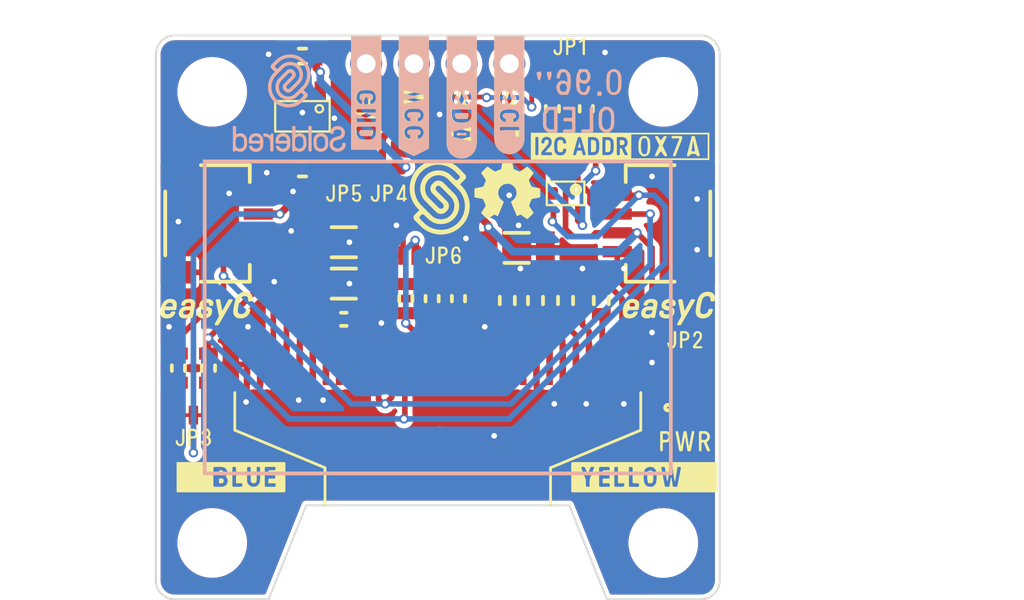
<source format=kicad_pcb>
(kicad_pcb (version 20210623) (generator pcbnew)
  (layers (0 "F.Cu" signal) (31 "B.Cu" signal) (34 "B.Paste" user) (35 "F.Paste" user) (36 "B.SilkS" user "B.Silkscreen") (37 "F.SilkS" user "F.Silkscreen") (38 "B.Mask" user) (39 "F.Mask" user) (44 "Edge.Cuts" user))
  (net 0 "")
  (net 1 "GND")
  (net 2 "Net-(C1-Pad2)")
  (net 3 "3V3")
  (net 4 "Net-(C5-Pad1)")
  (net 5 "Net-(C5-Pad2)")
  (net 6 "Net-(C7-Pad1)")
  (net 7 "Net-(C8-Pad1)")
  (net 8 "Net-(C8-Pad2)")
  (net 9 "Net-(C9-Pad1)")
  (net 10 "Net-(D1-Pad1)")
  (net 11 "SCL_PULL5")
  (net 12 "VCC")
  (net 13 "SDA_PULL5")
  (net 14 "Net-(JP2-Pad2)")
  (net 15 "SCL_PULL3,3")
  (net 16 "SDA_PULL3,3")
  (net 17 "DC")
  (net 18 "SCL3,3")
  (net 19 "SDA3,3")
  (net 20 "SDA5")
  (net 21 "SCL5")
  (net 22 "CS")
  (net 23 "RST")
  (net 24 "Net-(R9-Pad1)")
  (footprint "buzzardLabel" (layer "F.Cu") (at 126 127.4)
    (fp_text reference "" (at 0 0) (layer "F.SilkS") (effects (font (size 1.27 1.27))))
    (fp_text value "" (at 0 0) (layer "F.SilkS") (effects (font (size 1.27 1.27))))
  )
  (footprint "e-radionica.com footprinti:HOLE_3.2mm" (layer "F.Cu") (at 151 109)
    (fp_text reference "H1" hide)
    (fp_text value "HOLE_3.2mm" hide)
    (pad "" np_thru_hole circle locked (at 0 0) (size 3.2 3.2) (drill 3.2) (layers F&B.Cu *.Mask))
  )
  (footprint "buzzardLabel" (layer "F.Cu") (at 152.15 127.6)
    (fp_text reference "" (at 0 0) (layer "F.SilkS") (effects (font (size 1.27 1.27))))
    (fp_text value "" (at 0 0) (layer "F.SilkS") (effects (font (size 1.27 1.27))))
  )
  (footprint "e-radionica.com footprinti:HOLE_3.2mm" (layer "F.Cu") (at 127 133)
    (fp_text reference "H2" hide)
    (fp_text value "HOLE_3.2mm" hide)
    (pad "" np_thru_hole circle locked (at 0 0) (size 3.2 3.2) (drill 3.2) (layers F&B.Cu *.Mask))
  )
  (footprint "e-radionica.com footprinti:0603R" (layer "F.Cu") (at 146.9 109.9 90)
    (fp_text reference "R3")
    (fp_text value "10k")
    (pad "1" smd rect locked (at -0.775 0 180) (size 1 0.64) (layers "F.Cu" "F.Paste" "F.Mask") (net 20 "SDA5"))
    (pad "2" smd rect locked (at 0.775 0 180) (size 1 0.64) (layers "F.Cu" "F.Paste" "F.Mask") (net 13 "SDA_PULL5"))
  )
  (footprint "e-radionica.com footprinti:SMD_JUMPER" (layer "F.Cu") (at 137.5 117.7)
    (fp_text reference "JP6")
    (fp_text value "SMD_JUMPER")
    (pad "1" smd rect (at -0.35 0) (size 0.5 1) (layers "F.Cu" "F.Mask") (net 1 "GND"))
    (pad "2" smd rect (at 0.35 0) (size 0.5 1) (layers "F.Cu" "F.Mask") (net 17 "DC"))
  )
  (footprint "e-radionica.com footprinti:1206C" (layer "F.Cu") (at 134 119.2)
    (fp_text reference "C7")
    (fp_text value "10u")
    (pad "1" smd rect locked (at -1.525 0 90) (size 1.75 1) (layers "F.Cu" "F.Paste" "F.Mask") (net 6 "Net-(C7-Pad1)"))
    (pad "2" smd rect locked (at 1.525 0 90) (size 1.75 1) (layers "F.Cu" "F.Paste" "F.Mask") (net 1 "GND"))
  )
  (footprint "e-radionica.com footprinti:0402R" (layer "F.Cu") (at 152.15 125.1)
    (fp_text reference "R5")
    (fp_text value "2k2")
    (pad "1" smd rect locked (at -0.5 0 90) (size 0.64 0.54) (layers "F.Cu" "F.Paste" "F.Mask") (net 14 "Net-(JP2-Pad2)"))
    (pad "2" smd rect locked (at 0.5 0 90) (size 0.64 0.54) (layers "F.Cu" "F.Paste" "F.Mask") (net 10 "Net-(D1-Pad1)"))
  )
  (footprint "e-radionica.com footprinti:0603R" (layer "F.Cu") (at 134 121.1)
    (fp_text reference "R9")
    (fp_text value "390k")
    (pad "1" smd rect locked (at -0.775 0 90) (size 1 0.64) (layers "F.Cu" "F.Paste" "F.Mask") (net 24 "Net-(R9-Pad1)"))
    (pad "2" smd rect locked (at 0.775 0 90) (size 1 0.64) (layers "F.Cu" "F.Paste" "F.Mask") (net 1 "GND"))
  )
  (footprint "e-radionica.com footprinti:FIDUCIAL_23" (layer "F.Cu") (at 139.1 128.4)
    (fp_text reference "FD1")
    (fp_text value "FIDUCIAL")
    (fp_circle (center 0 0) (end 1 0) (layer "F.Cu") (width 0.2) (fill none))
    (pad "1" smd circle (at 0 0) (size 1 1) (layers "F.Cu" "F.Paste" "F.Mask") (clearance 1.1))
  )
  (footprint "e-radionica.com footprinti:HEADER_MALE_4X1" (layer "F.Cu") (at 139 107.5)
    (fp_text reference "K3")
    (fp_text value "HEADER_MALE_4X1")
    (pad "1" thru_hole circle locked (at -3.81 0) (size 1.7 1.7) (drill 1) (layers *.Cu *.Mask) (net 1 "GND"))
    (pad "2" thru_hole circle locked (at -1.27 0) (size 1.7 1.7) (drill 1) (layers *.Cu *.Mask) (net 12 "VCC"))
    (pad "3" thru_hole circle locked (at 1.27 0) (size 1.7 1.7) (drill 1) (layers *.Cu *.Mask) (net 20 "SDA5"))
    (pad "4" thru_hole circle locked (at 3.81 0) (size 1.7 1.7) (drill 1) (layers *.Cu *.Mask) (net 21 "SCL5"))
  )
  (footprint "buzzardLabel" (layer "F.Cu") (at 151.3 111.9)
    (fp_text reference "" (at 0 0) (layer "F.SilkS") (effects (font (size 1.27 1.27))))
    (fp_text value "" (at 0 0) (layer "F.SilkS") (effects (font (size 1.27 1.27))))
  )
  (footprint "e-radionica.com footprinti:0402LED" (layer "F.Cu") (at 152.15 126.4 180)
    (fp_text reference "D1")
    (fp_text value "purple")
    (pad "1" smd rect locked (at -0.55 0 270) (size 0.75 0.45) (layers "F.Cu" "F.Paste" "F.Mask") (net 10 "Net-(D1-Pad1)"))
    (pad "2" smd rect locked (at 0.55 0 270) (size 0.75 0.45) (layers "F.Cu" "F.Paste" "F.Mask") (net 1 "GND"))
  )
  (footprint "e-radionica.com footprinti:0603R" (layer "F.Cu") (at 138.7 120 90)
    (fp_text reference "R7")
    (fp_text value "10k")
    (pad "1" smd rect locked (at -0.775 0 180) (size 1 0.64) (layers "F.Cu" "F.Paste" "F.Mask") (net 23 "RST"))
    (pad "2" smd rect locked (at 0.775 0 180) (size 1 0.64) (layers "F.Cu" "F.Paste" "F.Mask") (net 3 "3V3"))
  )
  (footprint "e-radionica.com footprinti:1206C" (layer "F.Cu") (at 143.2 117.3)
    (fp_text reference "C3")
    (fp_text value "10u")
    (pad "1" smd rect locked (at -1.525 0 90) (size 1.75 1) (layers "F.Cu" "F.Paste" "F.Mask") (net 3 "3V3"))
    (pad "2" smd rect locked (at 1.525 0 90) (size 1.75 1) (layers "F.Cu" "F.Paste" "F.Mask") (net 1 "GND"))
  )
  (footprint "e-radionica.com footprinti:0603R" (layer "F.Cu") (at 137.3 120 90)
    (fp_text reference "R8")
    (fp_text value "10k")
    (pad "1" smd rect locked (at -0.775 0 180) (size 1 0.64) (layers "F.Cu" "F.Paste" "F.Mask") (net 17 "DC"))
    (pad "2" smd rect locked (at 0.775 0 180) (size 1 0.64) (layers "F.Cu" "F.Paste" "F.Mask") (net 3 "3V3"))
  )
  (footprint "buzzardLabel" (layer "F.Cu") (at 137.73 105.6 -90)
    (fp_text reference "" (at 0 0 90) (layer "F.SilkS") (effects (font (size 1.27 1.27))))
    (fp_text value "" (at 0 0 90) (layer "F.SilkS") (effects (font (size 1.27 1.27))))
  )
  (footprint "e-radionica.com footprinti:0603C" (layer "F.Cu") (at 131.8 107.1)
    (fp_text reference "C1")
    (fp_text value "2u2")
    (pad "1" smd rect locked (at -0.73 0) (size 0.66 1) (layers "F.Cu" "F.Paste" "F.Mask") (net 1 "GND"))
    (pad "2" smd rect locked (at 0.73 0) (size 0.66 1) (layers "F.Cu" "F.Paste" "F.Mask") (net 2 "Net-(C1-Pad2)"))
  )
  (footprint "Soldered Graphics:Logo-Front-easyC-5mm" (layer "F.Cu") (at 151.3 120.5)
    (fp_text reference "G***" hide)
    (fp_text value "LOGO" hide)
  )
  (footprint "e-radionica.com footprinti:0603R" (layer "F.Cu") (at 140.1 120 90)
    (fp_text reference "R6")
    (fp_text value "10k")
    (pad "1" smd rect locked (at -0.775 0 180) (size 1 0.64) (layers "F.Cu" "F.Paste" "F.Mask") (net 22 "CS"))
    (pad "2" smd rect locked (at 0.775 0 180) (size 1 0.64) (layers "F.Cu" "F.Paste" "F.Mask") (net 3 "3V3"))
  )
  (footprint "buzzardLabel" (layer "F.Cu") (at 128 129.5)
    (fp_text reference "" (at 0 0) (layer "F.SilkS") (effects (font (size 1.27 1.27))))
    (fp_text value "" (at 0 0) (layer "F.SilkS") (effects (font (size 1.27 1.27))))
  )
  (footprint "e-radionica.com footprinti:SOT-363" (layer "F.Cu") (at 145.8 114.4 -90)
    (fp_text reference "U1")
    (fp_text value "NMOS-DUAL")
    (pad "1" smd rect (at -0.92 -0.65) (size 0.3 0.66) (layers "F.Cu" "F.Paste" "F.Mask") (net 19 "SDA3,3"))
    (pad "2" smd rect (at -0.92 0) (size 0.3 0.66) (layers "F.Cu" "F.Paste" "F.Mask") (net 3 "3V3"))
    (pad "3" smd rect (at -0.92 0.65) (size 0.3 0.66) (layers "F.Cu" "F.Paste" "F.Mask") (net 21 "SCL5"))
    (pad "4" smd rect (at 0.92 0.65) (size 0.3 0.66) (layers "F.Cu" "F.Paste" "F.Mask") (net 18 "SCL3,3"))
    (pad "5" smd rect (at 0.92 0) (size 0.3 0.66) (layers "F.Cu" "F.Paste" "F.Mask") (net 3 "3V3"))
    (pad "6" smd rect (at 0.92 -0.65) (size 0.3 0.66) (layers "F.Cu" "F.Paste" "F.Mask") (net 20 "SDA5"))
  )
  (footprint "e-radionica.com footprinti:SMD_JUMPER_3_PAD_TRACE" (layer "F.Cu") (at 146 107.8)
    (fp_text reference "JP1")
    (fp_text value "SMD_JUMPER_3_PAD_TRACE")
    (fp_poly (pts (xy -0.25 0.05) (xy -0.45 0.05) (xy -0.45 -0.05) (xy -0.25 -0.05)) (layer "F.Cu") (width 0.1) (fill solid))
    (fp_poly (pts (xy 0.45 0.05) (xy 0.25 0.05) (xy 0.25 -0.05) (xy 0.45 -0.05)) (layer "F.Cu") (width 0.1) (fill solid))
    (pad "1" smd rect (at -0.7 0 180) (size 0.5 1) (layers "F.Cu" "F.Mask") (net 11 "SCL_PULL5"))
    (pad "2" smd custom (at 0 0 180) (size 0.5 1) (layers "F.Cu" "F.Mask") (net 12 "VCC") (options (clearance outline) (anchor rect)) (primitives))
    (pad "3" smd rect (at 0.7 0 180) (size 0.5 1) (layers "F.Cu" "F.Mask") (net 13 "SDA_PULL5"))
  )
  (footprint "Soldered Graphics:Symbol-Front-I2C-ADDR-Field" (layer "F.Cu") (at 148.7 111.9)
    (fp_text reference "REF**" hide)
    (fp_text value "Symbol-Front-I2C-ADDR-Field" hide)
  )
  (footprint "e-radionica.com footprinti:0603C" (layer "F.Cu") (at 147.7 120.1 90)
    (fp_text reference "C8")
    (fp_text value "2u2")
    (pad "1" smd rect locked (at -0.73 0 90) (size 0.66 1) (layers "F.Cu" "F.Paste" "F.Mask") (net 7 "Net-(C8-Pad1)"))
    (pad "2" smd rect locked (at 0.73 0 90) (size 0.66 1) (layers "F.Cu" "F.Paste" "F.Mask") (net 8 "Net-(C8-Pad2)"))
  )
  (footprint "buzzardLabel" (layer "F.Cu") (at 142.81 105.6 -90)
    (fp_text reference "" (at 0 0 90) (layer "F.SilkS") (effects (font (size 1.27 1.27))))
    (fp_text value "" (at 0 0 90) (layer "F.SilkS") (effects (font (size 1.27 1.27))))
  )
  (footprint "e-radionica.com footprinti:SMD_JUMPER" (layer "F.Cu") (at 134 113.2 180)
    (fp_text reference "JP5")
    (fp_text value "SMD_JUMPER")
    (pad "1" smd rect (at -0.35 0 180) (size 0.5 1) (layers "F.Cu" "F.Mask") (net 12 "VCC"))
    (pad "2" smd rect (at 0.35 0 180) (size 0.5 1) (layers "F.Cu" "F.Mask") (net 3 "3V3"))
  )
  (footprint "Soldered Graphics:Logo-Front-easyC-5mm" (layer "F.Cu") (at 126.7 120.5)
    (fp_text reference "G***" hide)
    (fp_text value "LOGO" hide)
  )
  (footprint "e-radionica.com footprinti:easyC-connector" (layer "F.Cu") (at 127.3 116 90)
    (fp_text reference "K2")
    (fp_text value "easyC-SMD")
    (pad "1" smd rect locked (at -1.5 2.15 90) (size 0.6 1.55) (layers "F.Cu" "F.Paste" "F.Mask") (net 18 "SCL3,3"))
    (pad "2" smd rect locked (at -0.5 2.15 90) (size 0.6 1.55) (layers "F.Cu" "F.Paste" "F.Mask") (net 19 "SDA3,3"))
    (pad "3" smd rect locked (at 0.5 2.15 90) (size 0.6 1.55) (layers "F.Cu" "F.Paste" "F.Mask") (net 3 "3V3"))
    (pad "4" smd rect locked (at 1.5 2.15 90) (size 0.6 1.55) (layers "F.Cu" "F.Paste" "F.Mask") (net 1 "GND"))
    (pad "5" smd rect locked (at 2.6 -2.15 90) (size 1.2 1.8) (layers "F.Cu" "F.Paste" "F.Mask") (net 1 "GND"))
    (pad "5" smd rect locked (at -2.6 -2.15 90) (size 1.2 1.8) (layers "F.Cu" "F.Paste" "F.Mask") (net 1 "GND"))
  )
  (footprint "e-radionica.com footprinti:SMD-JUMPER-CONNECTED_TRACE_SLODERMASK" (layer "F.Cu") (at 136.4 113.2 180)
    (fp_text reference "JP4")
    (fp_text value "SMD-JUMPER-CONNECTED_TRACE_SLODERMASK")
    (fp_poly (pts (xy 0.1 0.1) (xy -0.1 0.1) (xy -0.1 -0.1) (xy 0.1 -0.1)) (layer "F.Cu") (width 0.1) (fill solid))
    (pad "1" smd rect (at -0.35 0 180) (size 0.5 1) (layers "F.Cu" "F.Mask") (net 2 "Net-(C1-Pad2)"))
    (pad "2" smd rect (at 0.35 0 180) (size 0.5 1) (layers "F.Cu" "F.Mask") (net 12 "VCC"))
  )
  (footprint "e-radionica.com footprinti:0603R" (layer "F.Cu") (at 125.2 123.7 90)
    (fp_text reference "R1")
    (fp_text value "10k")
    (pad "1" smd rect locked (at -0.775 0 180) (size 1 0.64) (layers "F.Cu" "F.Paste" "F.Mask") (net 16 "SDA_PULL3,3"))
    (pad "2" smd rect locked (at 0.775 0 180) (size 1 0.64) (layers "F.Cu" "F.Paste" "F.Mask") (net 19 "SDA3,3"))
  )
  (footprint "buzzardLabel" (layer "F.Cu") (at 146 106.6)
    (fp_text reference "" (at 0 0) (layer "F.SilkS") (effects (font (size 1.27 1.27))))
    (fp_text value "" (at 0 0) (layer "F.SilkS") (effects (font (size 1.27 1.27))))
  )
  (footprint "e-radionica.com footprinti:easyC-connector" (layer "F.Cu") (at 150.7 116 -90)
    (fp_text reference "K1")
    (fp_text value "easyC-SMD")
    (pad "1" smd rect locked (at -1.5 2.15 270) (size 0.6 1.55) (layers "F.Cu" "F.Paste" "F.Mask") (net 18 "SCL3,3"))
    (pad "2" smd rect locked (at -0.5 2.15 270) (size 0.6 1.55) (layers "F.Cu" "F.Paste" "F.Mask") (net 19 "SDA3,3"))
    (pad "3" smd rect locked (at 0.5 2.15 270) (size 0.6 1.55) (layers "F.Cu" "F.Paste" "F.Mask") (net 3 "3V3"))
    (pad "4" smd rect locked (at 1.5 2.15 270) (size 0.6 1.55) (layers "F.Cu" "F.Paste" "F.Mask") (net 1 "GND"))
    (pad "5" smd rect locked (at 2.6 -2.15 270) (size 1.2 1.8) (layers "F.Cu" "F.Paste" "F.Mask") (net 1 "GND"))
    (pad "5" smd rect locked (at -2.6 -2.15 270) (size 1.2 1.8) (layers "F.Cu" "F.Paste" "F.Mask") (net 1 "GND"))
  )
  (footprint "e-radionica.com footprinti:HOLE_3.2mm" (layer "F.Cu") (at 151 133)
    (fp_text reference "H3" hide)
    (fp_text value "HOLE_3.2mm" hide)
    (pad "" np_thru_hole circle locked (at 0 0) (size 3.2 3.2) (drill 3.2) (layers F&B.Cu *.Mask))
  )
  (footprint "e-radionica.com footprinti:OLED_GME128x64_30p" (layer "F.Cu") (at 139 123.5 180)
    (fp_text reference "U3")
    (fp_text value "OLED_GME12864_30p")
    (pad "1" smd rect locked (at -10.15 0 180) (size 0.35 2.2) (layers "F.Cu" "F.Paste" "F.Mask") (net 1 "GND"))
    (pad "2" smd rect locked (at -9.45 0 180) (size 0.35 2.2) (layers "F.Cu" "F.Paste" "F.Mask") (net 8 "Net-(C8-Pad2)"))
    (pad "3" smd rect locked (at -8.75 0 180) (size 0.35 2.2) (layers "F.Cu" "F.Paste" "F.Mask") (net 7 "Net-(C8-Pad1)"))
    (pad "4" smd rect locked (at -8.05 0 180) (size 0.35 2.2) (layers "F.Cu" "F.Paste" "F.Mask") (net 5 "Net-(C5-Pad2)"))
    (pad "5" smd rect locked (at -7.35 0 180) (size 0.35 2.2) (layers "F.Cu" "F.Paste" "F.Mask") (net 4 "Net-(C5-Pad1)"))
    (pad "6" smd rect locked (at -6.65 0 180) (size 0.35 2.2) (layers "F.Cu" "F.Paste" "F.Mask") (net 3 "3V3"))
    (pad "7" smd rect locked (at -5.95 0 180) (size 0.35 2.2) (layers "F.Cu" "F.Paste" "F.Mask"))
    (pad "8" smd rect locked (at -5.25 0 180) (size 0.35 2.2) (layers "F.Cu" "F.Paste" "F.Mask") (net 1 "GND"))
    (pad "9" smd rect locked (at -4.55 0 180) (size 0.35 2.2) (layers "F.Cu" "F.Paste" "F.Mask") (net 3 "3V3"))
    (pad "10" smd rect locked (at -3.85 0 180) (size 0.35 2.2) (layers "F.Cu" "F.Paste" "F.Mask") (net 1 "GND"))
    (pad "11" smd rect locked (at -3.15 0 180) (size 0.35 2.2) (layers "F.Cu" "F.Paste" "F.Mask") (net 3 "3V3"))
    (pad "12" smd rect locked (at -2.45 0 180) (size 0.35 2.2) (layers "F.Cu" "F.Paste" "F.Mask") (net 1 "GND"))
    (pad "13" smd rect locked (at -1.75 0 180) (size 0.35 2.2) (layers "F.Cu" "F.Paste" "F.Mask") (net 22 "CS"))
    (pad "14" smd rect locked (at -1.05 0 180) (size 0.35 2.2) (layers "F.Cu" "F.Paste" "F.Mask") (net 23 "RST"))
    (pad "15" smd rect locked (at -0.35 0 180) (size 0.35 2.2) (layers "F.Cu" "F.Paste" "F.Mask") (net 17 "DC"))
    (pad "16" smd rect locked (at 0.35 0 180) (size 0.35 2.2) (layers "F.Cu" "F.Paste" "F.Mask"))
    (pad "17" smd rect locked (at 1.05 0 180) (size 0.35 2.2) (layers "F.Cu" "F.Paste" "F.Mask"))
    (pad "18" smd rect locked (at 1.75 0 180) (size 0.35 2.2) (layers "F.Cu" "F.Paste" "F.Mask") (net 18 "SCL3,3"))
    (pad "19" smd rect locked (at 2.45 0 180) (size 0.35 2.2) (layers "F.Cu" "F.Paste" "F.Mask") (net 19 "SDA3,3"))
    (pad "20" smd rect locked (at 3.15 0 180) (size 0.35 2.2) (layers "F.Cu" "F.Paste" "F.Mask") (net 19 "SDA3,3"))
    (pad "21" smd rect locked (at 3.85 0 180) (size 0.35 2.2) (layers "F.Cu" "F.Paste" "F.Mask"))
    (pad "22" smd rect locked (at 4.55 0 180) (size 0.35 2.2) (layers "F.Cu" "F.Paste" "F.Mask"))
    (pad "23" smd rect locked (at 5.25 0 180) (size 0.35 2.2) (layers "F.Cu" "F.Paste" "F.Mask"))
    (pad "24" smd rect locked (at 5.95 0 180) (size 0.35 2.2) (layers "F.Cu" "F.Paste" "F.Mask"))
    (pad "25" smd rect locked (at 6.65 0 180) (size 0.35 2.2) (layers "F.Cu" "F.Paste" "F.Mask"))
    (pad "26" smd rect locked (at 7.35 0 180) (size 0.35 2.2) (layers "F.Cu" "F.Paste" "F.Mask") (net 24 "Net-(R9-Pad1)"))
    (pad "27" smd rect locked (at 8.05 0 180) (size 0.35 2.2) (layers "F.Cu" "F.Paste" "F.Mask") (net 6 "Net-(C7-Pad1)"))
    (pad "28" smd rect locked (at 8.75 0 180) (size 0.35 2.2) (layers "F.Cu" "F.Paste" "F.Mask") (net 9 "Net-(C9-Pad1)"))
    (pad "29" smd rect locked (at 9.45 0 180) (size 0.35 2.2) (layers "F.Cu" "F.Paste" "F.Mask") (net 1 "GND"))
    (pad "30" smd rect locked (at 10.15 0 180) (size 0.35 2.2) (layers "F.Cu" "F.Paste" "F.Mask") (net 1 "GND"))
  )
  (footprint "buzzardLabel" (layer "F.Cu") (at 134 114.4)
    (fp_text reference "" (at 0 0) (layer "F.SilkS") (effects (font (size 1.27 1.27))))
    (fp_text value "" (at 0 0) (layer "F.SilkS") (effects (font (size 1.27 1.27))))
  )
  (footprint "Soldered Graphics:Logo-Back-SolderedVERTICAL-6mm" (layer "F.Cu") (at 131.1 109.6)
    (fp_text reference "G***" hide)
    (fp_text value "LOGO" hide)
  )
  (footprint "e-radionica.com footprinti:0603R" (layer "F.Cu") (at 126.8 123.7 -90)
    (fp_text reference "R4")
    (fp_text value "10k")
    (pad "1" smd rect locked (at -0.775 0) (size 1 0.64) (layers "F.Cu" "F.Paste" "F.Mask") (net 18 "SCL3,3"))
    (pad "2" smd rect locked (at 0.775 0) (size 1 0.64) (layers "F.Cu" "F.Paste" "F.Mask") (net 15 "SCL_PULL3,3"))
  )
  (footprint "Soldered Graphics:Logo-Front-Soldered-4mm" (layer "F.Cu") (at 139.1 114.6 180)
    (fp_text reference "G***" hide)
    (fp_text value "LOGO" hide)
  )
  (footprint "e-radionica.com footprinti:0603C" (layer "F.Cu") (at 144.2 120.1 90)
    (fp_text reference "C6")
    (fp_text value "100n")
    (pad "1" smd rect locked (at -0.73 0 90) (size 0.66 1) (layers "F.Cu" "F.Paste" "F.Mask") (net 3 "3V3"))
    (pad "2" smd rect locked (at 0.73 0 90) (size 0.66 1) (layers "F.Cu" "F.Paste" "F.Mask") (net 1 "GND"))
  )
  (footprint "buzzardLabel" (layer "F.Cu") (at 150 129.5)
    (fp_text reference "" (at 0 0) (layer "F.SilkS") (effects (font (size 1.27 1.27))))
    (fp_text value "" (at 0 0) (layer "F.SilkS") (effects (font (size 1.27 1.27))))
  )
  (footprint "Soldered Graphics:Logo-Front-OSH-3.5mm" (layer "F.Cu") (at 142.7 114.2)
    (fp_text reference "G***" hide)
    (fp_text value "LOGO" hide)
  )
  (footprint "Soldered Graphics:Version1.0.0." (layer "F.Cu") (at 152 135.2)
    (fp_text reference "Ref**" hide)
    (fp_text value "Val**" hide)
    (fp_poly (pts (xy -1.33 0.35) (xy -1.27 0.35) (xy -1.25 0.31) (xy -1.09 -0.1) (xy -1.11 -0.13) (xy -1.16 -0.13) (xy -1.19 -0.1) (xy -1.28 0.16) (xy -1.3 0.21) (xy -1.32 0.17) (xy -1.41 -0.09) (xy -1.44 -0.13) (xy -1.49 -0.13) (xy -1.51 -0.1) (xy -1.36 0.31) (xy -1.33 0.35)) (layer "F.Cu") (width 0.01) (fill solid))
    (fp_poly (pts (xy -0.67 0.35) (xy -0.62 0.35) (xy -0.6 0.31) (xy -0.6 -0.35) (xy -0.64 -0.38) (xy -0.69 -0.38) (xy -0.73 -0.34) (xy -0.84 -0.22) (xy -0.86 -0.17) (xy -0.83 -0.16) (xy -0.73 -0.22) (xy -0.69 -0.23) (xy -0.69 0.31) (xy -0.67 0.35)) (layer "F.Cu") (width 0.01) (fill solid))
    (fp_poly (pts (xy 0.06 0.35) (xy 0.11 0.35) (xy 0.17 0.33) (xy 0.13 0.28) (xy 0.03 0.28) (xy -0.01 0.25) (xy -0.03 0.2) (xy -0.05 0.15) (xy -0.05 0.11) (xy -0.05 -0.01) (xy -0.05 -0.13) (xy -0.05 -0.17) (xy -0.03 -0.22) (xy -0.01 -0.27) (xy 0.02 -0.3) (xy 0.13 -0.3) (xy 0.16 -0.26) (xy 0.18 -0.21) (xy 0.18 -0.15) (xy 0.19 -0.05) (xy 0.19 0.08) (xy 0.19 0.12) (xy 0.18 0.17) (xy 0.16 0.22) (xy 0.14 0.27) (xy 0.14 0.28) (xy 0.17 0.32) (xy 0.21 0.29) (xy 0.24 0.26) (xy 0.26 0.22) (xy 0.27 0.16) (xy 0.28 0.11) (xy 0.28 0.06) (xy 0.28 -0.06) (xy 0.28 -0.12) (xy 0.27 -0.17) (xy 0.26 -0.22) (xy 0.25 -0.27) (xy 0.22 -0.3) (xy 0.19 -0.34) (xy 0.13 -0.37) (xy 0.08 -0.38) (xy 0.02 -0.38) (xy -0.03 -0.35) (xy -0.08 -0.31) (xy -0.1 -0.28) (xy -0.12 -0.23) (xy -0.14 -0.18) (xy -0.14 -0.13) (xy -0.15 -0.08) (xy -0.15 0.04) (xy -0.14 0.1) (xy -0.14 0.14) (xy -0.13 0.2) (xy -0.11 0.25) (xy -0.08 0.28) (xy -0.05 0.32) (xy 0.01 0.35) (xy 0.06 0.35)) (layer "F.Cu") (width 0.01) (fill solid))
    (fp_poly (pts (xy 1.31 0.38) (xy 1.36 0.38) (xy 1.41 0.37) (xy 1.42 0.33) (xy 1.42 0.27) (xy 1.38 0.26) (xy 1.33 0.26) (xy 1.3 0.29) (xy 1.3 0.34) (xy 1.31 0.38)) (layer "F.Cu") (width 0.01) (fill solid))
    (fp_poly (pts (xy 0.93 0.35) (xy 0.99 0.35) (xy 1.04 0.33) (xy 1.01 0.28) (xy 0.91 0.28) (xy 0.87 0.25) (xy 0.85 0.2) (xy 0.83 0.15) (xy 0.83 0.11) (xy 0.82 -0.01) (xy 0.83 -0.13) (xy 0.83 -0.17) (xy 0.84 -0.22) (xy 0.87 -0.27) (xy 0.9 -0.3) (xy 1.01 -0.3) (xy 1.04 -0.26) (xy 1.05 -0.21) (xy 1.06 -0.15) (xy 1.07 -0.05) (xy 1.07 0.08) (xy 1.06 0.12) (xy 1.06 0.17) (xy 1.04 0.22) (xy 1.02 0.27) (xy 1.01 0.28) (xy 1.05 0.32) (xy 1.09 0.29) (xy 1.12 0.26) (xy 1.14 0.22) (xy 1.15 0.16) (xy 1.16 0.11) (xy 1.16 0.06) (xy 1.16 -0.06) (xy 1.16 -0.12) (xy 1.15 -0.17) (xy 1.14 -0.22) (xy 1.13 -0.27) (xy 1.1 -0.3) (xy 1.06 -0.34) (xy 1.01 -0.37) (xy 0.95 -0.38) (xy 0.9 -0.38) (xy 0.84 -0.35) (xy 0.8 -0.31) (xy 0.78 -0.28) (xy 0.75 -0.23) (xy 0.74 -0.18) (xy 0.74 -0.13) (xy 0.73 -0.08) (xy 0.73 0.04) (xy 0.73 0.1) (xy 0.74 0.14) (xy 0.75 0.2) (xy 0.77 0.25) (xy 0.79 0.28) (xy 0.83 0.32) (xy 0.89 0.35) (xy 0.93 0.35)) (layer "F.Cu") (width 0.01) (fill solid))
    (fp_poly (pts (xy -0.44 0.38) (xy -0.39 0.38) (xy -0.34 0.37) (xy -0.34 0.33) (xy -0.34 0.27) (xy -0.38 0.26) (xy -0.43 0.26) (xy -0.46 0.29) (xy -0.46 0.34) (xy -0.44 0.38)) (layer "F.Cu") (width 0.01) (fill solid))
    (fp_poly (pts (xy 0.43 0.38) (xy 0.48 0.38) (xy 0.54 0.37) (xy 0.54 0.33) (xy 0.54 0.27) (xy 0.5 0.26) (xy 0.45 0.26) (xy 0.42 0.29) (xy 0.42 0.34) (xy 0.43 0.38)) (layer "F.Cu") (width 0.01) (fill solid))
  )
  (footprint "e-radionica.com footprinti:0603R" (layer "F.Cu") (at 145.1 109.9 -90)
    (fp_text reference "R2")
    (fp_text value "10k")
    (pad "1" smd rect locked (at -0.775 0) (size 1 0.64) (layers "F.Cu" "F.Paste" "F.Mask") (net 11 "SCL_PULL5"))
    (pad "2" smd rect locked (at 0.775 0) (size 1 0.64) (layers "F.Cu" "F.Paste" "F.Mask") (net 21 "SCL5"))
  )
  (footprint "e-radionica.com footprinti:0603C" (layer "F.Cu") (at 131.8 113.1)
    (fp_text reference "C2")
    (fp_text value "2u2")
    (pad "1" smd rect locked (at -0.73 0) (size 0.66 1) (layers "F.Cu" "F.Paste" "F.Mask") (net 1 "GND"))
    (pad "2" smd rect locked (at 0.73 0) (size 0.66 1) (layers "F.Cu" "F.Paste" "F.Mask") (net 3 "3V3"))
  )
  (footprint "buzzardLabel" (layer "F.Cu") (at 136.4 114.4)
    (fp_text reference "" (at 0 0) (layer "F.SilkS") (effects (font (size 1.27 1.27))))
    (fp_text value "" (at 0 0) (layer "F.SilkS") (effects (font (size 1.27 1.27))))
  )
  (footprint "buzzardLabel" (layer "F.Cu") (at 135.19 105.6 -90)
    (fp_text reference "" (at 0 0 90) (layer "F.SilkS") (effects (font (size 1.27 1.27))))
    (fp_text value "" (at 0 0 90) (layer "F.SilkS") (effects (font (size 1.27 1.27))))
  )
  (footprint "e-radionica.com footprinti:HOLE_3.2mm" (layer "F.Cu") (at 127 109)
    (fp_text reference "H4" hide)
    (fp_text value "HOLE_3.2mm" hide)
    (pad "" np_thru_hole circle locked (at 0 0) (size 3.2 3.2) (drill 3.2) (layers F&B.Cu *.Mask))
  )
  (footprint "e-radionica.com footprinti:0603C" (layer "F.Cu") (at 142.7 120.1 90)
    (fp_text reference "C4")
    (fp_text value "1u")
    (pad "1" smd rect locked (at -0.73 0 90) (size 0.66 1) (layers "F.Cu" "F.Paste" "F.Mask") (net 3 "3V3"))
    (pad "2" smd rect locked (at 0.73 0 90) (size 0.66 1) (layers "F.Cu" "F.Paste" "F.Mask") (net 1 "GND"))
  )
  (footprint "buzzardLabel" (layer "F.Cu") (at 139.3 117.7)
    (fp_text reference "" (at 0 0) (layer "F.SilkS") (effects (font (size 1.27 1.27))))
    (fp_text value "" (at 0 0) (layer "F.SilkS") (effects (font (size 1.27 1.27))))
  )
  (footprint "e-radionica.com footprinti:SMD-JUMPER-CONNECTED_TRACE_SLODERMASK" (layer "F.Cu") (at 152.15 123.4 180)
    (fp_text reference "JP2")
    (fp_text value "SMD-JUMPER-CONNECTED_TRACE_SLODERMASK")
    (fp_poly (pts (xy 0.1 0.1) (xy -0.1 0.1) (xy -0.1 -0.1) (xy 0.1 -0.1)) (layer "F.Cu") (width 0.1) (fill solid))
    (pad "1" smd rect (at -0.35 0 180) (size 0.5 1) (layers "F.Cu" "F.Mask") (net 3 "3V3"))
    (pad "2" smd rect (at 0.35 0 180) (size 0.5 1) (layers "F.Cu" "F.Mask") (net 14 "Net-(JP2-Pad2)"))
  )
  (footprint "buzzardLabel" (layer "F.Cu") (at 140.27 105.6 -90)
    (fp_text reference "" (at 0 0 90) (layer "F.SilkS") (effects (font (size 1.27 1.27))))
    (fp_text value "" (at 0 0 90) (layer "F.SilkS") (effects (font (size 1.27 1.27))))
  )
  (footprint "e-radionica.com footprinti:0603C" (layer "F.Cu") (at 145.8 120.1 90)
    (fp_text reference "C5")
    (fp_text value "2u2")
    (pad "1" smd rect locked (at -0.73 0 90) (size 0.66 1) (layers "F.Cu" "F.Paste" "F.Mask") (net 4 "Net-(C5-Pad1)"))
    (pad "2" smd rect locked (at 0.73 0 90) (size 0.66 1) (layers "F.Cu" "F.Paste" "F.Mask") (net 5 "Net-(C5-Pad2)"))
  )
  (footprint "e-radionica.com footprinti:SOT-23-5" (layer "F.Cu") (at 131.8 110.3 -90)
    (fp_text reference "U2")
    (fp_text value "SE5218")
    (pad "1" smd rect (at -1.3 -0.95 270) (size 1.1 0.6) (layers "F.Cu" "F.Paste" "F.Mask") (net 2 "Net-(C1-Pad2)"))
    (pad "2" smd rect (at -1.3 0 270) (size 1.1 0.6) (layers "F.Cu" "F.Paste" "F.Mask") (net 1 "GND"))
    (pad "3" smd rect (at -1.3 0.95 270) (size 1.1 0.6) (layers "F.Cu" "F.Paste" "F.Mask") (net 2 "Net-(C1-Pad2)"))
    (pad "4" smd rect (at 1.3 0.95 270) (size 1.1 0.6) (layers "F.Cu" "F.Paste" "F.Mask"))
    (pad "5" smd rect (at 1.3 -0.95 270) (size 1.1 0.6) (layers "F.Cu" "F.Paste" "F.Mask") (net 3 "3V3"))
  )
  (footprint "e-radionica.com footprinti:1206C" (layer "F.Cu") (at 134 117)
    (fp_text reference "C9")
    (fp_text value "10u")
    (pad "1" smd rect locked (at -1.525 0 90) (size 1.75 1) (layers "F.Cu" "F.Paste" "F.Mask") (net 9 "Net-(C9-Pad1)"))
    (pad "2" smd rect locked (at 1.525 0 90) (size 1.75 1) (layers "F.Cu" "F.Paste" "F.Mask") (net 1 "GND"))
  )
  (footprint "e-radionica.com footprinti:SMD_JUMPER_3_PAD_TRACE" (layer "F.Cu") (at 126 126.2 180)
    (fp_text reference "JP3")
    (fp_text value "SMD_JUMPER_3_PAD_TRACE")
    (fp_poly (pts (xy 0.45 0.05) (xy 0.25 0.05) (xy 0.25 -0.05) (xy 0.45 -0.05)) (layer "F.Cu") (width 0.1) (fill solid))
    (fp_poly (pts (xy -0.25 0.05) (xy -0.45 0.05) (xy -0.45 -0.05) (xy -0.25 -0.05)) (layer "F.Cu") (width 0.1) (fill solid))
    (pad "1" smd rect (at -0.7 0) (size 0.5 1) (layers "F.Cu" "F.Mask") (net 15 "SCL_PULL3,3"))
    (pad "2" smd custom (at 0 0) (size 0.5 1) (layers "F.Cu" "F.Mask") (net 3 "3V3") (options (clearance outline) (anchor rect)) (primitives))
    (pad "3" smd rect (at 0.7 0) (size 0.5 1) (layers "F.Cu" "F.Mask") (net 16 "SDA_PULL3,3"))
  )
  (footprint "buzzardLabel" (layer "F.Cu") (at 152.15 122.2)
    (fp_text reference "" (at 0 0) (layer "F.SilkS") (effects (font (size 1.27 1.27))))
    (fp_text value "" (at 0 0) (layer "F.SilkS") (effects (font (size 1.27 1.27))))
  )
  (footprint "buzzardLabel" (layer "B.Cu") (at 142.81 105.6 -90)
    (fp_text reference "" (at 0 0 90) (layer "B.SilkS") (effects (font (size 1.27 1.27)) (justify mirror)))
    (fp_text value "" (at 0 0 90) (layer "B.SilkS") (effects (font (size 1.27 1.27)) (justify mirror)))
  )
  (footprint "buzzardLabel" (layer "B.Cu") (at 137.73 105.6 -90)
    (fp_text reference "" (at 0 0 90) (layer "B.SilkS") (effects (font (size 1.27 1.27)) (justify mirror)))
    (fp_text value "" (at 0 0 90) (layer "B.SilkS") (effects (font (size 1.27 1.27)) (justify mirror)))
  )
  (footprint "buzzardLabel" (layer "B.Cu") (at 146.5 108.5 180)
    (fp_text reference "" (at 0 0) (layer "B.SilkS") (effects (font (size 1.27 1.27)) (justify mirror)))
    (fp_text value "" (at 0 0) (layer "B.SilkS") (effects (font (size 1.27 1.27)) (justify mirror)))
  )
  (footprint "buzzardLabel" (layer "B.Cu") (at 135.19 105.6 -90)
    (fp_text reference "" (at 0 0 90) (layer "B.SilkS") (effects (font (size 1.27 1.27)) (justify mirror)))
    (fp_text value "" (at 0 0 90) (layer "B.SilkS") (effects (font (size 1.27 1.27)) (justify mirror)))
  )
  (footprint "buzzardLabel" (layer "B.Cu") (at 146.5 110.5 180)
    (fp_text reference "" (at 0 0) (layer "B.SilkS") (effects (font (size 1.27 1.27)) (justify mirror)))
    (fp_text value "" (at 0 0) (layer "B.SilkS") (effects (font (size 1.27 1.27)) (justify mirror)))
  )
  (footprint "buzzardLabel" (layer "B.Cu") (at 140.27 105.6 -90)
    (fp_text reference "" (at 0 0 90) (layer "B.SilkS") (effects (font (size 1.27 1.27)) (justify mirror)))
    (fp_text value "" (at 0 0 90) (layer "B.SilkS") (effects (font (size 1.27 1.27)) (justify mirror)))
  )
  (gr_rect locked (start 126.6 129.3) (end 151.4 112.7) (layer "B.SilkS") (width 0.2) (fill none))
  (gr_line (start 149.8 125) (end 149.8 127) (layer "F.SilkS") (width 0.15))
  (gr_line (start 128.2 127) (end 133 129) (layer "F.SilkS") (width 0.15))
  (gr_line (start 128.2 125) (end 128.2 127) (layer "F.SilkS") (width 0.15))
  (gr_line (start 149.8 127) (end 145 129) (layer "F.SilkS") (width 0.15))
  (gr_line (start 133 129) (end 133 131) (layer "F.SilkS") (width 0.15))
  (gr_line (start 145 129) (end 145 131) (layer "F.SilkS") (width 0.15))
  (gr_arc (start 125 135) (end 125 136) (angle 90) (layer "Edge.Cuts") (width 0.1))
  (gr_line (start 154 107) (end 154 135) (layer "Edge.Cuts") (width 0.1))
  (gr_arc (start 153 135) (end 154 135) (angle 90) (layer "Edge.Cuts") (width 0.1))
  (gr_line (start 125 106) (end 153 106) (layer "Edge.Cuts") (width 0.1))
  (gr_arc (start 153 107) (end 153 106) (angle 90) (layer "Edge.Cuts") (width 0.1))
  (gr_line (start 146 131) (end 148 136) (layer "Edge.Cuts") (width 0.1))
  (gr_arc (start 125 107) (end 124 107) (angle 90) (layer "Edge.Cuts") (width 0.1))
  (gr_line (start 124 135) (end 124 107) (layer "Edge.Cuts") (width 0.1))
  (gr_line (start 132 131) (end 146 131) (layer "Edge.Cuts") (width 0.1))
  (gr_line (start 130 136) (end 125 136) (layer "Edge.Cuts") (width 0.1))
  (gr_line (start 132 131) (end 130 136) (layer "Edge.Cuts") (width 0.1))
  (gr_line (start 153 136) (end 148 136) (layer "Edge.Cuts") (width 0.1))
  (via (at 136.8 116.1) (size 0.5) (drill 0.3) (layers "F.Cu" "B.Cu") (net 1))
  (via (at 150.4 121.8) (size 0.5) (drill 0.3) (layers "F.Cu" "B.Cu") (net 1))
  (via (at 150.4 123.4) (size 0.5) (drill 0.3) (layers "F.Cu" "B.Cu") (net 1))
  (via (at 148.9 125.6) (size 0.5) (drill 0.3) (layers "F.Cu" "B.Cu") (net 1))
  (via (at 148.9 118.4) (size 0.5) (drill 0.3) (layers "F.Cu" "B.Cu") (net 1))
  (via (at 131.2 116.4) (size 0.5) (drill 0.3) (layers "F.Cu" "B.Cu") (net 1))
  (via (at 146.7 118.4) (size 0.5) (drill 0.3) (layers "F.Cu" "B.Cu") (net 1))
  (via (at 139.1 110.2) (size 0.5) (drill 0.3) (layers "F.Cu" "B.Cu") (net 1))
  (via (at 146.9 125.6) (size 0.5) (drill 0.3) (layers "F.Cu" "B.Cu") (net 1))
  (via (at 142 127.3) (size 0.5) (drill 0.3) (layers "F.Cu" "B.Cu") (net 1))
  (via (at 127.9 114.4) (size 0.5) (drill 0.3) (layers "F.Cu" "B.Cu") (net 1))
  (via (at 129.9 113.3) (size 0.5) (drill 0.3) (layers "F.Cu" "B.Cu") (net 1))
  (via (at 130 107) (size 0.5) (drill 0.3) (layers "F.Cu" "B.Cu") (net 1))
  (via (at 143.4 118.4) (size 0.5) (drill 0.3) (layers "F.Cu" "B.Cu") (net 1))
  (via (at 142.8 114.5) (size 0.5) (drill 0.3) (layers "F.Cu" "B.Cu") (net 1))
  (via (at 128.9 121.5) (size 0.5) (drill 0.3) (layers "F.Cu" "B.Cu") (net 1))
  (via (at 125.2 115.9) (size 0.5) (drill 0.3) (layers "F.Cu" "B.Cu") (net 1))
  (via (at 147.9 106.9) (size 0.5) (drill 0.3) (layers "F.Cu" "B.Cu") (net 1))
  (via (at 130.3 119.1) (size 0.5) (drill 0.3) (layers "F.Cu" "B.Cu") (net 1))
  (via (at 131.8 110.1) (size 0.5) (drill 0.3) (layers "F.Cu" "B.Cu") (net 1))
  (via (at 131.3 114.3) (size 0.5) (drill 0.3) (layers "F.Cu" "B.Cu") (net 1))
  (via (at 150.4 113.5) (size 0.5) (drill 0.3) (layers "F.Cu" "B.Cu") (net 1))
  (via (at 140.5 116.8) (size 0.5) (drill 0.3) (layers "F.Cu" "B.Cu") (net 1))
  (via (at 131.6 125.4) (size 0.5) (drill 0.3) (layers "F.Cu" "B.Cu") (net 1))
  (via (at 152.8 114.7) (size 0.5) (drill 0.3) (layers "F.Cu" "B.Cu") (net 1))
  (via (at 128.8 125.5) (size 0.5) (drill 0.3) (layers "F.Cu" "B.Cu") (net 1))
  (via (at 133.5 110.4) (size 0.5) (drill 0.3) (layers "F.Cu" "B.Cu") (net 1))
  (via (at 143.3 116.1) (size 0.5) (drill 0.3) (layers "F.Cu" "B.Cu") (net 1))
  (via (at 134.3 119.2) (size 0.5) (drill 0.3) (layers "F.Cu" "B.Cu") (net 1))
  (via (at 124.7 121.5) (size 0.5) (drill 0.3) (layers "F.Cu" "B.Cu") (net 1))
  (via (at 145.2 125.6) (size 0.5) (drill 0.3) (layers "F.Cu" "B.Cu") (net 1))
  (via (at 134.3 117) (size 0.5) (drill 0.3) (layers "F.Cu" "B.Cu") (net 1))
  (via (at 152.8 117.4) (size 0.5) (drill 0.3) (layers "F.Cu" "B.Cu") (net 1))
  (via (at 141.5 121.5) (size 0.5) (drill 0.3) (layers "F.Cu" "B.Cu") (net 1))
  (via (at 136 121.3) (size 0.5) (drill 0.3) (layers "F.Cu" "B.Cu") (net 1))
  (via (at 132.9 125.4) (size 0.5) (drill 0.3) (layers "F.Cu" "B.Cu") (net 1))
  (segment (start 132.53 107.73) (end 132.53 107.2) (width 0.4) (layer "F.Cu") (net 2))
  (segment (start 132.75 107.95) (end 132.75 109) (width 0.4) (layer "F.Cu") (net 2))
  (segment (start 137.1 113.2) (end 137.3 113) (width 0.4) (layer "F.Cu") (net 2))
  (segment (start 136.75 113.2) (end 137.1 113.2) (width 0.4) (layer "F.Cu") (net 2))
  (segment (start 132.75 107.95) (end 132.53 107.73) (width 0.4) (layer "F.Cu") (net 2))
  (segment (start 131.5 110.8) (end 132.1 110.8) (width 0.254) (layer "F.Cu") (net 2))
  (segment (start 132.75 110.15) (end 132.75 109) (width 0.254) (layer "F.Cu") (net 2))
  (segment (start 132.1 110.8) (end 132.75 110.15) (width 0.254) (layer "F.Cu") (net 2))
  (segment (start 130.85 108.8) (end 130.85 110.15) (width 0.254) (layer "F.Cu") (net 2))
  (segment (start 130.85 110.15) (end 131.5 110.8) (width 0.254) (layer "F.Cu") (net 2))
  (via (at 132.75 107.95) (size 0.5) (drill 0.3) (layers "F.Cu" "B.Cu") (net 2))
  (via (at 137.3 113) (size 0.5) (drill 0.3) (layers "F.Cu" "B.Cu") (net 2))
  (segment (start 132.75 108.45) (end 132.75 107.95) (width 0.4) (layer "B.Cu") (net 2))
  (segment (start 137.3 113) (end 132.75 108.45) (width 0.4) (layer "B.Cu") (net 2))
  (segment (start 145.65 123.5) (end 145.65 122.25) (width 0.3) (layer "F.Cu") (net 3))
  (segment (start 141.675 116.075) (end 140.7 115.1) (width 0.4) (layer "F.Cu") (net 3))
  (segment (start 142.15 122.15) (end 142.7 121.6) (width 0.3) (layer "F.Cu") (net 3))
  (segment (start 144.2 121.3) (end 144.2 120.83) (width 0.3) (layer "F.Cu") (net 3))
  (segment (start 133.65 113.2) (end 132.53 113.2) (width 0.4) (layer "F.Cu") (net 3))
  (segment (start 148.55 116.5) (end 149.6 116.5) (width 0.4) (layer "F.Cu") (net 3))
  (segment (start 142.7 121.6) (end 142.7 120.83) (width 0.3) (layer "F.Cu") (net 3))
  (segment (start 150.4 117.3) (end 150.4 120.1) (width 0.3) (layer "F.Cu") (net 3))
  (segment (start 145.1 121.7) (end 144.6 121.7) (width 0.3) (layer "F.Cu") (net 3))
  (segment (start 145.65 122.25) (end 145.1 121.7) (width 0.3) (layer "F.Cu") (net 3))
  (segment (start 145.8 116.3) (end 146.2 116.7) (width 0.3) (layer "F.Cu") (net 3))
  (segment (start 129.45 115.5) (end 130.6 115.5) (width 0.4) (layer "F.Cu") (net 3))
  (segment (start 132.53 113.2) (end 132.53 114.33) (width 0.4) (layer "F.Cu") (net 3))
  (segment (start 131 115.1) (end 133.3 115.1) (width 0.4) (layer "F.Cu") (net 3))
  (segment (start 149.6 116.5) (end 150.4 117.3) (width 0.3) (layer "F.Cu") (net 3))
  (segment (start 143.55 121.95) (end 142.7 121.1) (width 0.3) (layer "F.Cu") (net 3))
  (segment (start 142.13 120.83) (end 141.6 120.3) (width 0.4) (layer "F.Cu") (net 3))
  (segment (start 137.3 119.225) (end 140.1 119.225) (width 0.4) (layer "F.Cu") (net 3))
  (segment (start 132.53 111.82) (end 132.75 111.6) (width 0.4) (layer "F.Cu") (net 3))
  (segment (start 147.2 116.7) (end 147.4 116.5) (width 0.3) (layer "F.Cu") (net 3))
  (segment (start 140.1 119.225) (end 140.675 119.225) (width 0.4) (layer "F.Cu") (net 3))
  (segment (start 141.4 118.5) (end 141.675 118.225) (width 0.4) (layer "F.Cu") (net 3))
  (segment (start 144.2 120.83) (end 142.7 120.83) (width 0.4) (layer "F.Cu") (net 3))
  (segment (start 144.6 121.7) (end 144.2 121.3) (width 0.3) (layer "F.Cu") (net 3))
  (segment (start 143.55 123.5) (end 143.55 121.95) (width 0.3) (layer "F.Cu") (net 3))
  (segment (start 146.2 116.7) (end 147.2 116.7) (width 0.3) (layer "F.Cu") (net 3))
  (segment (start 140.7 115.1) (end 133.3 115.1) (width 0.4) (layer "F.Cu") (net 3))
  (segment (start 132.53 113.2) (end 132.53 111.82) (width 0.4) (layer "F.Cu") (net 3))
  (segment (start 132.53 114.33) (end 133.3 115.1) (width 0.4) (layer "F.Cu") (net 3))
  (segment (start 142.7 120.83) (end 142.13 120.83) (width 0.4) (layer "F.Cu") (net 3))
  (segment (start 140.675 119.225) (end 141.4 118.5) (width 0.4) (layer "F.Cu") (net 3))
  (segment (start 145.8 113.48) (end 145.8 115.32) (width 0.3) (layer "F.Cu") (net 3))
  (segment (start 141.6 118.3) (end 141.675 118.225) (width 0.4) (layer "F.Cu") (net 3))
  (segment (start 130.6 115.5) (end 131 115.1) (width 0.4) (layer "F.Cu") (net 3))
  (segment (start 141.6 120.3) (end 141.6 118.3) (width 0.4) (layer "F.Cu") (net 3))
  (segment (start 126 126.2) (end 126 128.2) (width 0.3) (layer "F.Cu") (net 3))
  (segment (start 142.7 121.1) (end 142.7 120.83) (width 0.3) (layer "F.Cu") (net 3))
  (segment (start 142.15 123.5) (end 142.15 122.15) (width 0.3) (layer "F.Cu") (net 3))
  (segment (start 145.8 115.32) (end 145.8 116.3) (width 0.3) (layer "F.Cu") (net 3))
  (segment (start 150.4 120.1) (end 152.5 122.2) (width 0.3) (layer "F.Cu") (net 3))
  (segment (start 141.675 118.225) (end 141.675 116.075) (width 0.4) (layer "F.Cu") (net 3))
  (segment (start 147.4 116.5) (end 148.55 116.5) (width 0.3) (layer "F.Cu") (net 3))
  (segment (start 152.5 122.2) (end 152.5 123.4) (width 0.3) (layer "F.Cu") (net 3))
  (via (at 149.6 116.5) (size 0.5) (drill 0.3) (layers "F.Cu" "B.Cu") (net 3))
  (via (at 141.7 116.2) (size 0.5) (drill 0.3) (layers "F.Cu" "B.Cu") (net 3))
  (via (at 126 128.2) (size 0.5) (drill 0.3) (layers "F.Cu" "B.Cu") (net 3))
  (via (at 130.6 115.5) (size 0.5) (drill 0.3) (layers "F.Cu" "B.Cu") (net 3))
  (segment (start 128.2 115.5) (end 130.6 115.5) (width 0.3) (layer "B.Cu") (net 3))
  (segment (start 126 117.7) (end 128.2 115.5) (width 0.3) (layer "B.Cu") (net 3))
  (segment (start 148.6 117.5) (end 149.6 116.5) (width 0.4) (layer "B.Cu") (net 3))
  (segment (start 126 128.2) (end 126 117.7) (width 0.3) (layer "B.Cu") (net 3))
  (segment (start 141.7 116.2) (end 143 117.5) (width 0.4) (layer "B.Cu") (net 3))
  (segment (start 143 117.5) (end 148.6 117.5) (width 0.4) (layer "B.Cu") (net 3))
  (segment (start 146.35 121.95) (end 145.8 121.4) (width 0.3) (layer "F.Cu") (net 4))
  (segment (start 145.8 121.4) (end 145.8 120.83) (width 0.3) (layer "F.Cu") (net 4))
  (segment (start 146.35 123.5) (end 146.35 121.95) (width 0.3) (layer "F.Cu") (net 4))
  (segment (start 147.05 121.75) (end 146.7 121.4) (width 0.3) (layer "F.Cu") (net 5))
  (segment (start 146.7 120.27) (end 145.8 119.37) (width 0.3) (layer "F.Cu") (net 5))
  (segment (start 146.7 121.4) (end 146.7 120.27) (width 0.3) (layer "F.Cu") (net 5))
  (segment (start 147.05 123.5) (end 147.05 121.75) (width 0.3) (layer "F.Cu") (net 5))
  (segment (start 130.95 120.725) (end 132.475 119.2) (width 0.3) (layer "F.Cu") (net 6))
  (segment (start 130.95 123.5) (end 130.95 120.725) (width 0.3) (layer "F.Cu") (net 6))
  (segment (start 147.75 123.5) (end 147.75 120.88) (width 0.3) (layer "F.Cu") (net 7))
  (segment (start 147.75 120.88) (end 147.7 120.83) (width 0.3) (layer "F.Cu") (net 7))
  (segment (start 148.8 120) (end 148.17 119.37) (width 0.3) (layer "F.Cu") (net 8))
  (segment (start 148.8 121.6) (end 148.8 120) (width 0.3) (layer "F.Cu") (net 8))
  (segment (start 148.17 119.37) (end 147.7 119.37) (width 0.3) (layer "F.Cu") (net 8))
  (segment (start 148.45 121.95) (end 148.8 121.6) (width 0.3) (layer "F.Cu") (net 8))
  (segment (start 148.45 123.5) (end 148.45 121.95) (width 0.3) (layer "F.Cu") (net 8))
  (segment (start 130.25 123.5) (end 130.25 120.65) (width 0.3) (layer "F.Cu") (net 9))
  (segment (start 132.1 117) (end 132.475 117) (width 0.3) (layer "F.Cu") (net 9))
  (segment (start 131.2 119.7) (end 131.2 117.9) (width 0.3) (layer "F.Cu") (net 9))
  (segment (start 131.2 117.9) (end 132.1 117) (width 0.3) (layer "F.Cu") (net 9))
  (segment (start 130.25 120.65) (end 131.2 119.7) (width 0.3) (layer "F.Cu") (net 9))
  (segment (start 152.65 125.1) (end 152.65 126.35) (width 0.3) (layer "F.Cu") (net 10))
  (segment (start 152.65 126.35) (end 152.7 126.4) (width 0.3) (layer "F.Cu") (net 10))
  (segment (start 145.1 109.125) (end 145.1 108) (width 0.3) (layer "F.Cu") (net 11))
  (segment (start 145.1 108) (end 145.3 107.8) (width 0.3) (layer "F.Cu") (net 11))
  (segment (start 136.05 111.45) (end 136.05 113.2) (width 0.4) (layer "F.Cu") (net 12))
  (segment (start 144.5 107.1) (end 145 106.6) (width 0.254) (layer "F.Cu") (net 12))
  (segment (start 137.73 108.63) (end 137.73 107.5) (width 0.4) (layer "F.Cu") (net 12))
  (segment (start 144 108.751978) (end 144.5 108.251978) (width 0.254) (layer "F.Cu") (net 12))
  (segment (start 137.73 109.77) (end 137.73 108.63) (width 0.4) (layer "F.Cu") (net 12))
  (segment (start 145.8 106.6) (end 146 106.8) (width 0.254) (layer "F.Cu") (net 12))
  (segment (start 136.05 113.2) (end 134.35 113.2) (width 0.4) (layer "F.Cu") (net 12))
  (segment (start 136.05 111.45) (end 137.73 109.77) (width 0.4) (layer "F.Cu") (net 12))
  (segment (start 146 106.8) (end 146 107.8) (width 0.254) (layer "F.Cu") (net 12))
  (segment (start 145 106.6) (end 145.8 106.6) (width 0.254) (layer "F.Cu") (net 12))
  (segment (start 144.5 108.251978) (end 144.5 107.1) (width 0.254) (layer "F.Cu") (net 12))
  (segment (start 138.376089 109.276089) (end 137.73 108.63) (width 0.254) (layer "F.Cu") (net 12))
  (segment (start 144 109.8) (end 144 108.751978) (width 0.254) (layer "F.Cu") (net 12))
  (segment (start 141.6 109.3) (end 141.576089 109.276089) (width 0.254) (layer "F.Cu") (net 12))
  (segment (start 141.576089 109.276089) (end 138.376089 109.276089) (width 0.254) (layer "F.Cu") (net 12))
  (via (at 144 109.8) (size 0.5) (drill 0.3) (layers "F.Cu" "B.Cu") (net 12))
  (via (at 141.6 109.3) (size 0.5) (drill 0.3) (layers "F.Cu" "B.Cu") (net 12))
  (segment (start 143.5 109.3) (end 144 109.8) (width 0.254) (layer "B.Cu") (net 12))
  (segment (start 141.6 109.3) (end 143.5 109.3) (width 0.254) (layer "B.Cu") (net 12))
  (segment (start 146.9 109.125) (end 146.9 108) (width 0.3) (layer "F.Cu") (net 13))
  (segment (start 146.9 108) (end 146.7 107.8) (width 0.3) (layer "F.Cu") (net 13))
  (segment (start 151.65 123.55) (end 151.8 123.4) (width 0.3) (layer "F.Cu") (net 14))
  (segment (start 151.65 125.1) (end 151.65 123.55) (width 0.3) (layer "F.Cu") (net 14))
  (segment (start 126.8 126.1) (end 126.7 126.2) (width 0.3) (layer "F.Cu") (net 15))
  (segment (start 126.8 124.475) (end 126.8 126.1) (width 0.3) (layer "F.Cu") (net 15))
  (segment (start 125.2 124.475) (end 125.2 126.1) (width 0.3) (layer "F.Cu") (net 16))
  (segment (start 125.2 126.1) (end 125.3 126.2) (width 0.3) (layer "F.Cu") (net 16))
  (segment (start 137.3 121.3) (end 137.3 120.775) (width 0.3) (layer "F.Cu") (net 17))
  (segment (start 138.8 121.7) (end 137.7 121.7) (width 0.3) (layer "F.Cu") (net 17))
  (segment (start 137.85 116.95) (end 137.85 117.7) (width 0.3) (layer "F.Cu") (net 17))
  (segment (start 139.35 122.25) (end 138.8 121.7) (width 0.3) (layer "F.Cu") (net 17))
  (segment (start 137.7 121.7) (end 137.3 121.3) (width 0.3) (layer "F.Cu") (net 17))
  (segment (start 139.35 123.5) (end 139.35 122.25) (width 0.3) (layer "F.Cu") (net 17))
  (segment (start 137.8 116.9) (end 137.85 116.95) (width 0.3) (layer "F.Cu") (net 17))
  (via (at 137.8 116.9) (size 0.5) (drill 0.3) (layers "F.Cu" "B.Cu") (net 17))
  (via (at 137.3 121.3) (size 0.5) (drill 0.3) (layers "F.Cu" "B.Cu") (net 17))
  (segment (start 137.8 116.9) (end 137.3 117.4) (width 0.3) (layer "B.Cu") (net 17))
  (segment (start 137.3 117.4) (end 137.3 121.3) (width 0.3) (layer "B.Cu") (net 17))
  (segment (start 137.2 126.4) (end 137.25 126.35) (width 0.3) (layer "F.Cu") (net 18))
  (segment (start 126.8 122.1) (end 129.45 119.45) (width 0.3) (layer "F.Cu") (net 18))
  (segment (start 145.15 115.85) (end 145.15 115.32) (width 0.3) (layer "F.Cu") (net 18))
  (segment (start 126.8 122.925) (end 126.8 122.1) (width 0.3) (layer "F.Cu") (net 18))
  (segment (start 129.45 119.45) (end 129.45 117.5) (width 0.3) (layer "F.Cu") (net 18))
  (segment (start 137.25 126.35) (end 137.25 123.5) (width 0.3) (layer "F.Cu") (net 18))
  (segment (start 149.7 114.5) (end 148.55 114.5) (width 0.3) (layer "F.Cu") (net 18))
  (segment (start 145.1 115.9) (end 145.15 115.85) (width 0.3) (layer "F.Cu") (net 18))
  (via (at 145.1 115.9) (size 0.5) (drill 0.3) (layers "F.Cu" "B.Cu") (net 18))
  (via (at 149.7 114.5) (size 0.5) (drill 0.3) (layers "F.Cu" "B.Cu") (net 18))
  (via (at 126.8 122.1) (size 0.5) (drill 0.3) (layers "F.Cu" "B.Cu") (net 18))
  (via (at 137.2 126.4) (size 0.5) (drill 0.3) (layers "F.Cu" "B.Cu") (net 18))
  (segment (start 145.9 116.7) (end 147.5 116.7) (width 0.3) (layer "B.Cu") (net 18))
  (segment (start 150.5 114.5) (end 149.7 114.5) (width 0.3) (layer "B.Cu") (net 18))
  (segment (start 131.1 126.4) (end 126.8 122.1) (width 0.3) (layer "B.Cu") (net 18))
  (segment (start 137.2 126.4) (end 131.1 126.4) (width 0.3) (layer "B.Cu") (net 18))
  (segment (start 145.1 115.9) (end 145.9 116.7) (width 0.3) (layer "B.Cu") (net 18))
  (segment (start 151.1 115.1) (end 150.5 114.5) (width 0.3) (layer "B.Cu") (net 18))
  (segment (start 151.1 118.1) (end 151.1 115.1) (width 0.3) (layer "B.Cu") (net 18))
  (segment (start 147.5 116.7) (end 149.7 114.5) (width 0.3) (layer "B.Cu") (net 18))
  (segment (start 137.2 126.4) (end 142.8 126.4) (width 0.3) (layer "B.Cu") (net 18))
  (segment (start 142.8 126.4) (end 151.1 118.1) (width 0.3) (layer "B.Cu") (net 18))
  (segment (start 146.45 113.75) (end 146.45 113.48) (width 0.3) (layer "F.Cu") (net 19))
  (segment (start 125.2 122.925) (end 125.2 122.1) (width 0.3) (layer "F.Cu") (net 19))
  (segment (start 147.7 115.5) (end 147.1 114.9) (width 0.3) (layer "F.Cu") (net 19))
  (segment (start 125.2 122.1) (end 127.6 119.7) (width 0.3) (layer "F.Cu") (net 19))
  (segment (start 136.55 123.5) (end 136.55 125.25) (width 0.3) (layer "F.Cu") (net 19))
  (segment (start 136.2 125.6) (end 136.55 125.25) (width 0.3) (layer "F.Cu") (net 19))
  (segment (start 147.1 114.9) (end 147.1 114.4) (width 0.3) (layer "F.Cu") (net 19))
  (segment (start 127.6 117.5) (end 128.6 116.5) (width 0.3) (layer "F.Cu") (net 19))
  (segment (start 147.1 114.4) (end 146.45 113.75) (width 0.3) (layer "F.Cu") (net 19))
  (segment (start 135.85 125.35) (end 135.85 123.5) (width 0.3) (layer "F.Cu") (net 19))
  (segment (start 128.6 116.5) (end 129.45 116.5) (width 0.3) (layer "F.Cu") (net 19))
  (segment (start 148.55 115.5) (end 147.7 115.5) (width 0.3) (layer "F.Cu") (net 19))
  (segment (start 136.2 125.6) (end 136.1 125.6) (width 0.3) (layer "F.Cu") (net 19))
  (segment (start 150.3 115.5) (end 148.55 115.5) (width 0.3) (layer "F.Cu") (net 19))
  (segment (start 127.6 118.8) (end 127.6 117.5) (width 0.3) (layer "F.Cu") (net 19))
  (segment (start 136.1 125.6) (end 135.85 125.35) (width 0.3) (layer "F.Cu") (net 19))
  (segment (start 127.6 119.7) (end 127.6 118.8) (width 0.3) (layer "F.Cu") (net 19))
  (via (at 127.6 118.8) (size 0.5) (drill 0.3) (layers "F.Cu" "B.Cu") (net 19))
  (via (at 150.3 115.5) (size 0.5) (drill 0.3) (layers "F.Cu" "B.Cu") (net 19))
  (via (at 136.2 125.6) (size 0.5) (drill 0.3) (layers "F.Cu" "B.Cu") (net 19))
  (segment (start 150.3 118.193572) (end 142.893572 125.6) (width 0.3) (layer "B.Cu") (net 19))
  (segment (start 142.893572 125.6) (end 136.2 125.6) (width 0.3) (layer "B.Cu") (net 19))
  (segment (start 150.3 115.5) (end 150.3 118.193572) (width 0.3) (layer "B.Cu") (net 19))
  (segment (start 136.2 125.6) (end 134.4 125.6) (width 0.3) (layer "B.Cu") (net 19))
  (segment (start 134.4 125.6) (end 127.6 118.8) (width 0.3) (layer "B.Cu") (net 19))
  (segment (start 146.7 116.1005) (end 146.45 115.8505) (width 0.3) (layer "F.Cu") (net 20))
  (segment (start 146.45 115.8505) (end 146.45 115.32) (width 0.3) (layer "F.Cu") (net 20))
  (segment (start 147.4 113.2) (end 147.4 111.175) (width 0.3) (layer "F.Cu") (net 20))
  (segment (start 147.4 111.175) (end 146.9 110.675) (width 0.3) (layer "F.Cu") (net 20))
  (via (at 146.7 116.1005) (size 0.5) (drill 0.3) (layers "F.Cu" "B.Cu") (net 20))
  (via (at 147.4 113.2) (size 0.5) (drill 0.3) (layers "F.Cu" "B.Cu") (net 20))
  (segment (start 146.7 116.1005) (end 146.7 113.9) (width 0.3) (layer "B.Cu") (net 20))
  (segment (start 140.27 109.47) (end 146.7 115.9) (width 0.3) (layer "B.Cu") (net 20))
  (segment (start 140.27 107.5) (end 140.27 109.47) (width 0.3) (layer "B.Cu") (net 20))
  (segment (start 146.7 113.9) (end 147.4 113.2) (width 0.3) (layer "B.Cu") (net 20))
  (segment (start 146.7 115.9) (end 146.7 116.1005) (width 0.3) (layer "B.Cu") (net 20))
  (segment (start 145.15 110.725) (end 145.1 110.675) (width 0.3) (layer "F.Cu") (net 21))
  (segment (start 145.1 110.675) (end 143.775 110.675) (width 0.3) (layer "F.Cu") (net 21))
  (segment (start 145.15 113.48) (end 145.15 110.725) (width 0.3) (layer "F.Cu") (net 21))
  (segment (start 142.81 109.71) (end 142.81 107.5) (width 0.3) (layer "F.Cu") (net 21))
  (segment (start 143.775 110.675) (end 142.81 109.71) (width 0.3) (layer "F.Cu") (net 21))
  (segment (start 140.75 121.65) (end 140.75 123.5) (width 0.3) (layer "F.Cu") (net 22))
  (segment (start 140.1 120.775) (end 140.1 121) (width 0.3) (layer "F.Cu") (net 22))
  (segment (start 140.1 121) (end 140.75 121.65) (width 0.3) (layer "F.Cu") (net 22))
  (segment (start 138.7 120.8) (end 140.05 122.15) (width 0.3) (layer "F.Cu") (net 23))
  (segment (start 138.7 120.775) (end 138.7 120.8) (width 0.3) (layer "F.Cu") (net 23))
  (segment (start 140.05 122.15) (end 140.05 123.5) (width 0.3) (layer "F.Cu") (net 23))
  (segment (start 131.65 123.5) (end 131.65 121.75) (width 0.3) (layer "F.Cu") (net 24))
  (segment (start 131.65 121.75) (end 132.3 121.1) (width 0.3) (layer "F.Cu") (net 24))
  (segment (start 132.3 121.1) (end 133.225 121.1) (width 0.3) (layer "F.Cu") (net 24))
  (zone (net 1) (net_name "GND") (layers F&B.Cu) (connect_pads (clearance 0.254)) (min_thickness 0.254) (fill yes (thermal_gap 0.254) (thermal_bridge_width 0.3))
    (polygon (pts (xy 154 136) (xy 124 136) (xy 124 106) (xy 154 106)))
  )
)
</source>
